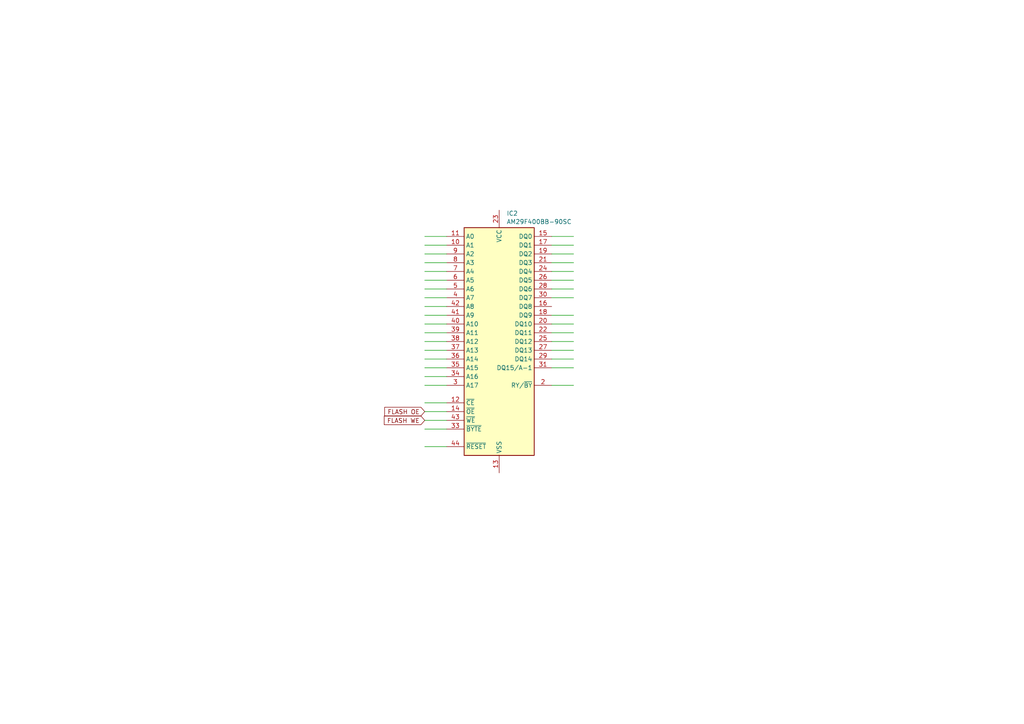
<source format=kicad_sch>
(kicad_sch
	(version 20250114)
	(generator "eeschema")
	(generator_version "9.0")
	(uuid "91d5225b-fb83-4edf-8dca-9e6f1ba373be")
	(paper "A4")
	(lib_symbols
		(symbol "Memory_Flash:AM29F400BB-90SC"
			(exclude_from_sim no)
			(in_bom yes)
			(on_board yes)
			(property "Reference" "U"
				(at -8.636 35.306 0)
				(effects
					(font
						(size 1.27 1.27)
					)
				)
			)
			(property "Value" "AM29F400BB-90SC"
				(at 10.414 35.306 0)
				(effects
					(font
						(size 1.27 1.27)
					)
				)
			)
			(property "Footprint" "Package_SO:SOP-44_13.3x28.2mm_P1.27mm"
				(at -0.254 0 0)
				(effects
					(font
						(size 1.27 1.27)
					)
					(hide yes)
				)
			)
			(property "Datasheet" "https://www.mouser.com/datasheet/2/380/AM29F400B_EOL_21505e8-9219.pdf"
				(at 0 0 0)
				(effects
					(font
						(size 1.27 1.27)
					)
					(hide yes)
				)
			)
			(property "Description" "4-Mbit (512k x 8-bit / 256k x 16-bit) CMOS 5.0 Volt-only Boot Sector Flash Memory, SOP-44"
				(at 0 0 0)
				(effects
					(font
						(size 1.27 1.27)
					)
					(hide yes)
				)
			)
			(property "ki_keywords" "FLASH 4Mbit"
				(at 0 0 0)
				(effects
					(font
						(size 1.27 1.27)
					)
					(hide yes)
				)
			)
			(property "ki_fp_filters" "SO*13.*28.*P1.27mm*"
				(at 0 0 0)
				(effects
					(font
						(size 1.27 1.27)
					)
					(hide yes)
				)
			)
			(symbol "AM29F400BB-90SC_0_1"
				(rectangle
					(start -10.16 33.02)
					(end 10.16 -33.02)
					(stroke
						(width 0.254)
						(type default)
					)
					(fill
						(type background)
					)
				)
			)
			(symbol "AM29F400BB-90SC_1_1"
				(pin input line
					(at -15.24 30.48 0)
					(length 5.08)
					(name "A0"
						(effects
							(font
								(size 1.27 1.27)
							)
						)
					)
					(number "11"
						(effects
							(font
								(size 1.27 1.27)
							)
						)
					)
				)
				(pin input line
					(at -15.24 27.94 0)
					(length 5.08)
					(name "A1"
						(effects
							(font
								(size 1.27 1.27)
							)
						)
					)
					(number "10"
						(effects
							(font
								(size 1.27 1.27)
							)
						)
					)
				)
				(pin input line
					(at -15.24 25.4 0)
					(length 5.08)
					(name "A2"
						(effects
							(font
								(size 1.27 1.27)
							)
						)
					)
					(number "9"
						(effects
							(font
								(size 1.27 1.27)
							)
						)
					)
				)
				(pin input line
					(at -15.24 22.86 0)
					(length 5.08)
					(name "A3"
						(effects
							(font
								(size 1.27 1.27)
							)
						)
					)
					(number "8"
						(effects
							(font
								(size 1.27 1.27)
							)
						)
					)
				)
				(pin input line
					(at -15.24 20.32 0)
					(length 5.08)
					(name "A4"
						(effects
							(font
								(size 1.27 1.27)
							)
						)
					)
					(number "7"
						(effects
							(font
								(size 1.27 1.27)
							)
						)
					)
				)
				(pin input line
					(at -15.24 17.78 0)
					(length 5.08)
					(name "A5"
						(effects
							(font
								(size 1.27 1.27)
							)
						)
					)
					(number "6"
						(effects
							(font
								(size 1.27 1.27)
							)
						)
					)
				)
				(pin input line
					(at -15.24 15.24 0)
					(length 5.08)
					(name "A6"
						(effects
							(font
								(size 1.27 1.27)
							)
						)
					)
					(number "5"
						(effects
							(font
								(size 1.27 1.27)
							)
						)
					)
				)
				(pin input line
					(at -15.24 12.7 0)
					(length 5.08)
					(name "A7"
						(effects
							(font
								(size 1.27 1.27)
							)
						)
					)
					(number "4"
						(effects
							(font
								(size 1.27 1.27)
							)
						)
					)
				)
				(pin input line
					(at -15.24 10.16 0)
					(length 5.08)
					(name "A8"
						(effects
							(font
								(size 1.27 1.27)
							)
						)
					)
					(number "42"
						(effects
							(font
								(size 1.27 1.27)
							)
						)
					)
				)
				(pin input line
					(at -15.24 7.62 0)
					(length 5.08)
					(name "A9"
						(effects
							(font
								(size 1.27 1.27)
							)
						)
					)
					(number "41"
						(effects
							(font
								(size 1.27 1.27)
							)
						)
					)
				)
				(pin input line
					(at -15.24 5.08 0)
					(length 5.08)
					(name "A10"
						(effects
							(font
								(size 1.27 1.27)
							)
						)
					)
					(number "40"
						(effects
							(font
								(size 1.27 1.27)
							)
						)
					)
				)
				(pin input line
					(at -15.24 2.54 0)
					(length 5.08)
					(name "A11"
						(effects
							(font
								(size 1.27 1.27)
							)
						)
					)
					(number "39"
						(effects
							(font
								(size 1.27 1.27)
							)
						)
					)
				)
				(pin input line
					(at -15.24 0 0)
					(length 5.08)
					(name "A12"
						(effects
							(font
								(size 1.27 1.27)
							)
						)
					)
					(number "38"
						(effects
							(font
								(size 1.27 1.27)
							)
						)
					)
				)
				(pin input line
					(at -15.24 -2.54 0)
					(length 5.08)
					(name "A13"
						(effects
							(font
								(size 1.27 1.27)
							)
						)
					)
					(number "37"
						(effects
							(font
								(size 1.27 1.27)
							)
						)
					)
				)
				(pin input line
					(at -15.24 -5.08 0)
					(length 5.08)
					(name "A14"
						(effects
							(font
								(size 1.27 1.27)
							)
						)
					)
					(number "36"
						(effects
							(font
								(size 1.27 1.27)
							)
						)
					)
				)
				(pin input line
					(at -15.24 -7.62 0)
					(length 5.08)
					(name "A15"
						(effects
							(font
								(size 1.27 1.27)
							)
						)
					)
					(number "35"
						(effects
							(font
								(size 1.27 1.27)
							)
						)
					)
				)
				(pin input line
					(at -15.24 -10.16 0)
					(length 5.08)
					(name "A16"
						(effects
							(font
								(size 1.27 1.27)
							)
						)
					)
					(number "34"
						(effects
							(font
								(size 1.27 1.27)
							)
						)
					)
				)
				(pin input line
					(at -15.24 -12.7 0)
					(length 5.08)
					(name "A17"
						(effects
							(font
								(size 1.27 1.27)
							)
						)
					)
					(number "3"
						(effects
							(font
								(size 1.27 1.27)
							)
						)
					)
				)
				(pin input line
					(at -15.24 -17.78 0)
					(length 5.08)
					(name "~{CE}"
						(effects
							(font
								(size 1.27 1.27)
							)
						)
					)
					(number "12"
						(effects
							(font
								(size 1.27 1.27)
							)
						)
					)
				)
				(pin input line
					(at -15.24 -20.32 0)
					(length 5.08)
					(name "~{OE}"
						(effects
							(font
								(size 1.27 1.27)
							)
						)
					)
					(number "14"
						(effects
							(font
								(size 1.27 1.27)
							)
						)
					)
				)
				(pin input line
					(at -15.24 -22.86 0)
					(length 5.08)
					(name "~{WE}"
						(effects
							(font
								(size 1.27 1.27)
							)
						)
					)
					(number "43"
						(effects
							(font
								(size 1.27 1.27)
							)
						)
					)
				)
				(pin input line
					(at -15.24 -25.4 0)
					(length 5.08)
					(name "~{BYTE}"
						(effects
							(font
								(size 1.27 1.27)
							)
						)
					)
					(number "33"
						(effects
							(font
								(size 1.27 1.27)
							)
						)
					)
				)
				(pin input line
					(at -15.24 -30.48 0)
					(length 5.08)
					(name "~{RESET}"
						(effects
							(font
								(size 1.27 1.27)
							)
						)
					)
					(number "44"
						(effects
							(font
								(size 1.27 1.27)
							)
						)
					)
				)
				(pin power_in line
					(at 0 38.1 270)
					(length 5.08)
					(name "VCC"
						(effects
							(font
								(size 1.27 1.27)
							)
						)
					)
					(number "23"
						(effects
							(font
								(size 1.27 1.27)
							)
						)
					)
				)
				(pin power_in line
					(at 0 -38.1 90)
					(length 5.08)
					(name "VSS"
						(effects
							(font
								(size 1.27 1.27)
							)
						)
					)
					(number "13"
						(effects
							(font
								(size 1.27 1.27)
							)
						)
					)
				)
				(pin passive line
					(at 0 -38.1 90)
					(length 5.08)
					(hide yes)
					(name "VSS"
						(effects
							(font
								(size 1.27 1.27)
							)
						)
					)
					(number "32"
						(effects
							(font
								(size 1.27 1.27)
							)
						)
					)
				)
				(pin no_connect line
					(at 10.16 -17.78 180)
					(length 5.08)
					(hide yes)
					(name "NC"
						(effects
							(font
								(size 1.27 1.27)
							)
						)
					)
					(number "1"
						(effects
							(font
								(size 1.27 1.27)
							)
						)
					)
				)
				(pin tri_state line
					(at 15.24 30.48 180)
					(length 5.08)
					(name "DQ0"
						(effects
							(font
								(size 1.27 1.27)
							)
						)
					)
					(number "15"
						(effects
							(font
								(size 1.27 1.27)
							)
						)
					)
				)
				(pin tri_state line
					(at 15.24 27.94 180)
					(length 5.08)
					(name "DQ1"
						(effects
							(font
								(size 1.27 1.27)
							)
						)
					)
					(number "17"
						(effects
							(font
								(size 1.27 1.27)
							)
						)
					)
				)
				(pin tri_state line
					(at 15.24 25.4 180)
					(length 5.08)
					(name "DQ2"
						(effects
							(font
								(size 1.27 1.27)
							)
						)
					)
					(number "19"
						(effects
							(font
								(size 1.27 1.27)
							)
						)
					)
				)
				(pin tri_state line
					(at 15.24 22.86 180)
					(length 5.08)
					(name "DQ3"
						(effects
							(font
								(size 1.27 1.27)
							)
						)
					)
					(number "21"
						(effects
							(font
								(size 1.27 1.27)
							)
						)
					)
				)
				(pin tri_state line
					(at 15.24 20.32 180)
					(length 5.08)
					(name "DQ4"
						(effects
							(font
								(size 1.27 1.27)
							)
						)
					)
					(number "24"
						(effects
							(font
								(size 1.27 1.27)
							)
						)
					)
				)
				(pin tri_state line
					(at 15.24 17.78 180)
					(length 5.08)
					(name "DQ5"
						(effects
							(font
								(size 1.27 1.27)
							)
						)
					)
					(number "26"
						(effects
							(font
								(size 1.27 1.27)
							)
						)
					)
				)
				(pin tri_state line
					(at 15.24 15.24 180)
					(length 5.08)
					(name "DQ6"
						(effects
							(font
								(size 1.27 1.27)
							)
						)
					)
					(number "28"
						(effects
							(font
								(size 1.27 1.27)
							)
						)
					)
				)
				(pin tri_state line
					(at 15.24 12.7 180)
					(length 5.08)
					(name "DQ7"
						(effects
							(font
								(size 1.27 1.27)
							)
						)
					)
					(number "30"
						(effects
							(font
								(size 1.27 1.27)
							)
						)
					)
				)
				(pin tri_state line
					(at 15.24 10.16 180)
					(length 5.08)
					(name "DQ8"
						(effects
							(font
								(size 1.27 1.27)
							)
						)
					)
					(number "16"
						(effects
							(font
								(size 1.27 1.27)
							)
						)
					)
				)
				(pin tri_state line
					(at 15.24 7.62 180)
					(length 5.08)
					(name "DQ9"
						(effects
							(font
								(size 1.27 1.27)
							)
						)
					)
					(number "18"
						(effects
							(font
								(size 1.27 1.27)
							)
						)
					)
				)
				(pin tri_state line
					(at 15.24 5.08 180)
					(length 5.08)
					(name "DQ10"
						(effects
							(font
								(size 1.27 1.27)
							)
						)
					)
					(number "20"
						(effects
							(font
								(size 1.27 1.27)
							)
						)
					)
				)
				(pin tri_state line
					(at 15.24 2.54 180)
					(length 5.08)
					(name "DQ11"
						(effects
							(font
								(size 1.27 1.27)
							)
						)
					)
					(number "22"
						(effects
							(font
								(size 1.27 1.27)
							)
						)
					)
				)
				(pin tri_state line
					(at 15.24 0 180)
					(length 5.08)
					(name "DQ12"
						(effects
							(font
								(size 1.27 1.27)
							)
						)
					)
					(number "25"
						(effects
							(font
								(size 1.27 1.27)
							)
						)
					)
				)
				(pin tri_state line
					(at 15.24 -2.54 180)
					(length 5.08)
					(name "DQ13"
						(effects
							(font
								(size 1.27 1.27)
							)
						)
					)
					(number "27"
						(effects
							(font
								(size 1.27 1.27)
							)
						)
					)
				)
				(pin tri_state line
					(at 15.24 -5.08 180)
					(length 5.08)
					(name "DQ14"
						(effects
							(font
								(size 1.27 1.27)
							)
						)
					)
					(number "29"
						(effects
							(font
								(size 1.27 1.27)
							)
						)
					)
				)
				(pin tri_state line
					(at 15.24 -7.62 180)
					(length 5.08)
					(name "DQ15/A-1"
						(effects
							(font
								(size 1.27 1.27)
							)
						)
					)
					(number "31"
						(effects
							(font
								(size 1.27 1.27)
							)
						)
					)
				)
				(pin open_collector line
					(at 15.24 -12.7 180)
					(length 5.08)
					(name "RY/~{BY}"
						(effects
							(font
								(size 1.27 1.27)
							)
						)
					)
					(number "2"
						(effects
							(font
								(size 1.27 1.27)
							)
						)
					)
				)
			)
			(embedded_fonts no)
		)
	)
	(wire
		(pts
			(xy 123.19 106.68) (xy 129.54 106.68)
		)
		(stroke
			(width 0)
			(type default)
		)
		(uuid "004fcefe-defe-48a9-a22b-4e67b4b909ab")
	)
	(wire
		(pts
			(xy 160.02 99.06) (xy 166.37 99.06)
		)
		(stroke
			(width 0)
			(type default)
		)
		(uuid "048d988d-40ed-4fc2-a579-78f166d4cd8b")
	)
	(wire
		(pts
			(xy 123.19 76.2) (xy 129.54 76.2)
		)
		(stroke
			(width 0)
			(type default)
		)
		(uuid "0553e1ab-ae61-478d-9b58-a045d3132f7c")
	)
	(wire
		(pts
			(xy 160.02 76.2) (xy 166.37 76.2)
		)
		(stroke
			(width 0)
			(type default)
		)
		(uuid "145c4987-b4c5-4293-a138-ec8ced734e53")
	)
	(wire
		(pts
			(xy 123.19 73.66) (xy 129.54 73.66)
		)
		(stroke
			(width 0)
			(type default)
		)
		(uuid "192c1aac-8944-486e-a084-65cbd80e4574")
	)
	(wire
		(pts
			(xy 160.02 96.52) (xy 166.37 96.52)
		)
		(stroke
			(width 0)
			(type default)
		)
		(uuid "1a192dd4-3e91-47a5-82ef-6f9b71601a42")
	)
	(wire
		(pts
			(xy 160.02 78.74) (xy 166.37 78.74)
		)
		(stroke
			(width 0)
			(type default)
		)
		(uuid "1f65aebc-cd7a-4fe2-81bb-2b55a54e2d81")
	)
	(wire
		(pts
			(xy 160.02 83.82) (xy 166.37 83.82)
		)
		(stroke
			(width 0)
			(type default)
		)
		(uuid "28d77baf-3c43-46b7-adca-a4a30a0b3cb4")
	)
	(wire
		(pts
			(xy 123.19 111.76) (xy 129.54 111.76)
		)
		(stroke
			(width 0)
			(type default)
		)
		(uuid "2aacf2a9-fc2f-4c5c-b618-1636a419e69b")
	)
	(wire
		(pts
			(xy 123.19 68.58) (xy 129.54 68.58)
		)
		(stroke
			(width 0)
			(type default)
		)
		(uuid "2b942bf9-4845-48ab-977f-d24e9accf7ee")
	)
	(wire
		(pts
			(xy 160.02 111.76) (xy 166.37 111.76)
		)
		(stroke
			(width 0)
			(type default)
		)
		(uuid "381014e2-640e-4238-b92c-384e1293c3ab")
	)
	(wire
		(pts
			(xy 160.02 86.36) (xy 166.37 86.36)
		)
		(stroke
			(width 0)
			(type default)
		)
		(uuid "3a562c95-5f60-4ad0-a7cd-d2fe0ccdef04")
	)
	(wire
		(pts
			(xy 160.02 71.12) (xy 166.37 71.12)
		)
		(stroke
			(width 0)
			(type default)
		)
		(uuid "41bc2955-04f4-47d8-b8ad-eb3bc1301dcd")
	)
	(wire
		(pts
			(xy 123.19 86.36) (xy 129.54 86.36)
		)
		(stroke
			(width 0)
			(type default)
		)
		(uuid "4a2c61f2-9a90-45f2-ae91-40b9f4764fb4")
	)
	(wire
		(pts
			(xy 123.19 83.82) (xy 129.54 83.82)
		)
		(stroke
			(width 0)
			(type default)
		)
		(uuid "60b3245d-5c24-432a-8ab1-b7c49576ddb1")
	)
	(wire
		(pts
			(xy 123.19 78.74) (xy 129.54 78.74)
		)
		(stroke
			(width 0)
			(type default)
		)
		(uuid "66f1538f-3c5c-473a-93eb-14d854d4b625")
	)
	(wire
		(pts
			(xy 123.19 104.14) (xy 129.54 104.14)
		)
		(stroke
			(width 0)
			(type default)
		)
		(uuid "67934e90-b997-4bcf-b121-e4dd4fff212c")
	)
	(wire
		(pts
			(xy 123.19 93.98) (xy 129.54 93.98)
		)
		(stroke
			(width 0)
			(type default)
		)
		(uuid "6e505bcf-7214-48a0-a2c0-a3281c8ffc7d")
	)
	(wire
		(pts
			(xy 123.19 116.84) (xy 129.54 116.84)
		)
		(stroke
			(width 0)
			(type default)
		)
		(uuid "7e8792cc-be4a-49fc-8bb3-abb31a656605")
	)
	(wire
		(pts
			(xy 160.02 106.68) (xy 166.37 106.68)
		)
		(stroke
			(width 0)
			(type default)
		)
		(uuid "81593876-389d-4bd0-9c25-737293b98c26")
	)
	(wire
		(pts
			(xy 129.54 119.38) (xy 123.19 119.38)
		)
		(stroke
			(width 0)
			(type default)
		)
		(uuid "8529798e-1ce1-43b6-99a5-bdb135ac4457")
	)
	(wire
		(pts
			(xy 123.19 81.28) (xy 129.54 81.28)
		)
		(stroke
			(width 0)
			(type default)
		)
		(uuid "931c4379-6543-415d-b8fd-aa0a681425e7")
	)
	(wire
		(pts
			(xy 123.19 109.22) (xy 129.54 109.22)
		)
		(stroke
			(width 0)
			(type default)
		)
		(uuid "9ac836e5-b706-4017-99cf-f5d3d31de4d7")
	)
	(wire
		(pts
			(xy 123.19 71.12) (xy 129.54 71.12)
		)
		(stroke
			(width 0)
			(type default)
		)
		(uuid "ae90c6ab-f228-4e67-befd-b60927861274")
	)
	(wire
		(pts
			(xy 123.19 88.9) (xy 129.54 88.9)
		)
		(stroke
			(width 0)
			(type default)
		)
		(uuid "b3fe1d2f-a2f1-469f-83f1-ea1a3cddc0b3")
	)
	(wire
		(pts
			(xy 160.02 73.66) (xy 166.37 73.66)
		)
		(stroke
			(width 0)
			(type default)
		)
		(uuid "bb293893-6768-484b-a636-ffad104641e5")
	)
	(wire
		(pts
			(xy 160.02 104.14) (xy 166.37 104.14)
		)
		(stroke
			(width 0)
			(type default)
		)
		(uuid "bd487395-61f0-48ae-bac6-14b3b08943f3")
	)
	(wire
		(pts
			(xy 123.19 121.92) (xy 129.54 121.92)
		)
		(stroke
			(width 0)
			(type default)
		)
		(uuid "bf4e4401-291b-45d1-b79c-11c012b0c582")
	)
	(wire
		(pts
			(xy 123.19 99.06) (xy 129.54 99.06)
		)
		(stroke
			(width 0)
			(type default)
		)
		(uuid "c5f318e1-2c1d-4407-8592-106e279131cb")
	)
	(wire
		(pts
			(xy 123.19 91.44) (xy 129.54 91.44)
		)
		(stroke
			(width 0)
			(type default)
		)
		(uuid "c92ad97e-94ca-4227-ac78-66c6f53830e6")
	)
	(wire
		(pts
			(xy 160.02 81.28) (xy 166.37 81.28)
		)
		(stroke
			(width 0)
			(type default)
		)
		(uuid "ce709233-1ba3-4b1a-b3cc-84f7e3ae9a05")
	)
	(wire
		(pts
			(xy 123.19 101.6) (xy 129.54 101.6)
		)
		(stroke
			(width 0)
			(type default)
		)
		(uuid "d120f707-8e8f-49c6-9f73-ca40e8c5f0cf")
	)
	(wire
		(pts
			(xy 160.02 68.58) (xy 166.37 68.58)
		)
		(stroke
			(width 0)
			(type default)
		)
		(uuid "dda09f26-722b-4025-969a-78e1512c523f")
	)
	(wire
		(pts
			(xy 123.19 129.54) (xy 129.54 129.54)
		)
		(stroke
			(width 0)
			(type default)
		)
		(uuid "dde343ac-aad1-45e4-a7aa-a8856a111421")
	)
	(wire
		(pts
			(xy 160.02 101.6) (xy 166.37 101.6)
		)
		(stroke
			(width 0)
			(type default)
		)
		(uuid "dea5e61e-14cb-458f-868f-c737e8c5cf95")
	)
	(wire
		(pts
			(xy 160.02 93.98) (xy 166.37 93.98)
		)
		(stroke
			(width 0)
			(type default)
		)
		(uuid "e5df284d-bee4-4824-816d-fa177d5da5e0")
	)
	(wire
		(pts
			(xy 123.19 96.52) (xy 129.54 96.52)
		)
		(stroke
			(width 0)
			(type default)
		)
		(uuid "fc015508-2dda-4261-ab68-0ee2b76f38f8")
	)
	(wire
		(pts
			(xy 123.19 124.46) (xy 129.54 124.46)
		)
		(stroke
			(width 0)
			(type default)
		)
		(uuid "fd96d065-45b1-4e16-9089-8f9ed8238ff2")
	)
	(wire
		(pts
			(xy 160.02 91.44) (xy 166.37 91.44)
		)
		(stroke
			(width 0)
			(type default)
		)
		(uuid "fdbe0ffc-51a4-4d79-b904-fbebf096c4f6")
	)
	(global_label "FLASH OE"
		(shape input)
		(at 123.19 119.38 180)
		(fields_autoplaced yes)
		(effects
			(font
				(size 1.27 1.27)
			)
			(justify right)
		)
		(uuid "1b919465-54b7-41b1-b7a4-9ab67e3520b8")
		(property "Intersheetrefs" "${INTERSHEET_REFS}"
			(at 111.0124 119.38 0)
			(effects
				(font
					(size 1.27 1.27)
				)
				(justify right)
				(hide yes)
			)
		)
	)
	(global_label "FLASH WE"
		(shape input)
		(at 123.19 121.92 180)
		(fields_autoplaced yes)
		(effects
			(font
				(size 1.27 1.27)
			)
			(justify right)
		)
		(uuid "337a881d-3a25-4bf6-b0e8-182e1f5e74a9")
		(property "Intersheetrefs" "${INTERSHEET_REFS}"
			(at 110.8915 121.92 0)
			(effects
				(font
					(size 1.27 1.27)
				)
				(justify right)
				(hide yes)
			)
		)
	)
	(symbol
		(lib_id "Memory_Flash:AM29F400BB-90SC")
		(at 144.78 99.06 0)
		(unit 1)
		(exclude_from_sim no)
		(in_bom yes)
		(on_board yes)
		(dnp no)
		(fields_autoplaced yes)
		(uuid "cee83193-7c86-4dc6-9e8f-2e9b6e58c73b")
		(property "Reference" "IC2"
			(at 146.9233 61.8955 0)
			(effects
				(font
					(size 1.27 1.27)
				)
				(justify left)
			)
		)
		(property "Value" "AM29F400BB-90SC"
			(at 146.9233 64.3198 0)
			(effects
				(font
					(size 1.27 1.27)
				)
				(justify left)
			)
		)
		(property "Footprint" "Package_SO:SOP-44_13.3x28.2mm_P1.27mm"
			(at 144.526 99.06 0)
			(effects
				(font
					(size 1.27 1.27)
				)
				(hide yes)
			)
		)
		(property "Datasheet" "https://www.mouser.com/datasheet/2/380/AM29F400B_EOL_21505e8-9219.pdf"
			(at 144.78 99.06 0)
			(effects
				(font
					(size 1.27 1.27)
				)
				(hide yes)
			)
		)
		(property "Description" "4-Mbit (512k x 8-bit / 256k x 16-bit) CMOS 5.0 Volt-only Boot Sector Flash Memory, SOP-44"
			(at 144.78 99.06 0)
			(effects
				(font
					(size 1.27 1.27)
				)
				(hide yes)
			)
		)
		(pin "13"
			(uuid "a4553bc3-e137-48dd-a275-57c7f06aaba0")
		)
		(pin "25"
			(uuid "dd4de737-7c66-4454-a111-c954e2d44a57")
		)
		(pin "7"
			(uuid "1dd5d168-1f8e-4784-9ebd-8df4851a783c")
		)
		(pin "40"
			(uuid "242da255-02db-4d06-97ca-38b456e1c0e4")
		)
		(pin "23"
			(uuid "e2b1108f-ea0e-42cb-896b-745c9611cc74")
		)
		(pin "34"
			(uuid "28b063c6-e416-484e-a626-9910dd66bd9e")
		)
		(pin "17"
			(uuid "7c26c7f2-1209-46b9-8273-1261cce74114")
		)
		(pin "30"
			(uuid "ecaa4255-f729-44fc-9580-0854d1dd7c79")
		)
		(pin "16"
			(uuid "bbd43b85-b28e-485a-9693-b1348bc1ea73")
		)
		(pin "5"
			(uuid "ec21b21e-5fe0-4343-981e-a91e583f1c55")
		)
		(pin "9"
			(uuid "5f6cbf58-89ed-42ce-8fdd-ba1b806b691e")
		)
		(pin "19"
			(uuid "85514bc0-6f9e-4243-8d02-adba398efd39")
		)
		(pin "14"
			(uuid "bccbc222-7230-434e-96ba-fb91ee800ef0")
		)
		(pin "44"
			(uuid "36d891fe-a0b8-4dc4-a1c3-8daa783ef931")
		)
		(pin "35"
			(uuid "1f12d612-1455-43f8-9f5a-ce7030e7856f")
		)
		(pin "11"
			(uuid "e79321de-2dc2-4da4-859a-80f4f0c8e5b1")
		)
		(pin "32"
			(uuid "cea9eef9-cf15-41b4-8b0d-cfda7c7cb685")
		)
		(pin "6"
			(uuid "dbc11b01-c656-49d5-a5d9-a6fa6a20cc63")
		)
		(pin "3"
			(uuid "093cdec4-074d-49d2-980c-d0fc43d59aba")
		)
		(pin "39"
			(uuid "e09fc0e2-e9e3-4469-b0ef-634ca59311cb")
		)
		(pin "24"
			(uuid "81ccf2fe-1486-4f31-81fd-3eabd4825a71")
		)
		(pin "18"
			(uuid "91f78b82-d518-405e-b447-9814b97dceca")
		)
		(pin "20"
			(uuid "c7971421-bd05-4631-8c81-f6667ea36591")
		)
		(pin "22"
			(uuid "dd3a7b13-6c2e-4a58-b336-97dcd7e30c83")
		)
		(pin "38"
			(uuid "7b6f1e76-9aeb-4c84-9591-4e24c38af5f4")
		)
		(pin "8"
			(uuid "71cceae7-c141-4006-ba3c-132eab2ec09d")
		)
		(pin "21"
			(uuid "4181eb2e-53e1-4bc3-bf04-b3042e0b3e98")
		)
		(pin "29"
			(uuid "13cf02f9-f908-4f9c-b8f0-eb3c87345467")
		)
		(pin "4"
			(uuid "1b17b7af-0852-44c8-9a79-0e6aab51cc2e")
		)
		(pin "36"
			(uuid "2c4aa113-12fc-4004-8948-4fc54f95bade")
		)
		(pin "33"
			(uuid "f9bf758a-3813-4b43-8682-c9bb67da82cf")
		)
		(pin "10"
			(uuid "bd49eee7-b2ae-485c-8785-214f31eb2c7c")
		)
		(pin "42"
			(uuid "4a731042-7fdc-4503-852a-db585bcd6a2f")
		)
		(pin "15"
			(uuid "a8315091-c1a8-4de0-b053-cce058158046")
		)
		(pin "41"
			(uuid "cdc6126c-6e9e-43ea-9dda-99dd6630424d")
		)
		(pin "1"
			(uuid "24e212cc-5d35-4e06-a8e6-e08e471d7c21")
		)
		(pin "28"
			(uuid "f3fc73b4-fb9c-4e19-8aff-e549da9a56f3")
		)
		(pin "26"
			(uuid "7feadab1-8cf4-4b68-b5cd-93afd023d764")
		)
		(pin "31"
			(uuid "e1a595ec-54b2-43a6-b518-5ec377141282")
		)
		(pin "43"
			(uuid "b6ddb52b-202a-4cc8-baae-d30d1f8f92ce")
		)
		(pin "12"
			(uuid "6fed1b99-a720-437a-bf9c-70969b263ff2")
		)
		(pin "37"
			(uuid "ebf2f265-28e2-4d68-b454-0fa4bc72f5c2")
		)
		(pin "27"
			(uuid "07ab5580-fdcb-4dfd-94c2-b3169e1f8e1c")
		)
		(pin "2"
			(uuid "f1cb314b-c6d0-4e8b-bb37-49c7ed40abba")
		)
		(instances
			(project "5wy19_converted"
				(path "/abd366a8-4ac6-4ee7-9079-ac453affd4f2/133c64e9-fbfa-4356-988e-c005746342d3"
					(reference "IC2")
					(unit 1)
				)
			)
		)
	)
)

</source>
